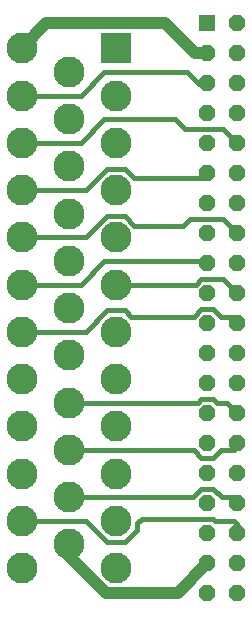
<source format=gbr>
G04 EAGLE Gerber RS-274X export*
G75*
%MOMM*%
%FSLAX34Y34*%
%LPD*%
%INBottom Copper*%
%IPPOS*%
%AMOC8*
5,1,8,0,0,1.08239X$1,22.5*%
G01*
%ADD10R,2.625000X2.625000*%
%ADD11C,2.625000*%
%ADD12R,1.422400X1.422400*%
%ADD13P,1.539592X8X292.500000*%
%ADD14C,0.400000*%
%ADD15C,1.000000*%


D10*
X130000Y650000D03*
D11*
X130000Y610000D03*
X130000Y570000D03*
X130000Y530000D03*
X130000Y490000D03*
X130000Y450000D03*
X130000Y410000D03*
X130000Y370000D03*
X130000Y330000D03*
X130000Y290000D03*
X130000Y250000D03*
X130000Y210000D03*
X90000Y630000D03*
X90000Y590000D03*
X90000Y550000D03*
X90000Y510000D03*
X90000Y470000D03*
X90000Y430000D03*
X90000Y390000D03*
X90000Y350000D03*
X90000Y310000D03*
X90000Y270000D03*
X90000Y230000D03*
X50000Y650000D03*
X50000Y610000D03*
X50000Y570000D03*
X50000Y530000D03*
X50000Y490000D03*
X50000Y450000D03*
X50000Y410000D03*
X50000Y370000D03*
X50000Y330000D03*
X50000Y290000D03*
X50000Y250000D03*
X50000Y210000D03*
D12*
X207300Y671300D03*
D13*
X232700Y671300D03*
X207300Y645900D03*
X232700Y645900D03*
X207300Y620500D03*
X232700Y620500D03*
X207300Y595100D03*
X232700Y595100D03*
X207300Y569700D03*
X232700Y569700D03*
X207300Y544300D03*
X232700Y544300D03*
X207300Y518900D03*
X232700Y518900D03*
X207300Y493500D03*
X232700Y493500D03*
X207300Y468100D03*
X232700Y468100D03*
X207300Y442700D03*
X232700Y442700D03*
X207300Y417300D03*
X232700Y417300D03*
X207300Y391900D03*
X232700Y391900D03*
X207300Y366500D03*
X232700Y366500D03*
X232700Y341100D03*
X207300Y341100D03*
X232700Y315700D03*
X207300Y315700D03*
X232700Y290300D03*
X207300Y290300D03*
X207300Y264900D03*
X232700Y264900D03*
X207300Y239500D03*
X232700Y239500D03*
X232700Y214100D03*
X207300Y214100D03*
X207300Y188700D03*
X232700Y188700D03*
D14*
X197471Y450000D02*
X130000Y450000D01*
X197471Y450000D02*
X202283Y454812D01*
X220588Y454812D01*
X232700Y442700D01*
X100000Y450000D02*
X50000Y450000D01*
X100000Y450000D02*
X120000Y470000D01*
X205400Y470000D02*
X207300Y468100D01*
X205400Y470000D02*
X120000Y470000D01*
X122492Y508125D02*
X137508Y508125D01*
X104367Y490000D02*
X50000Y490000D01*
X137508Y508125D02*
X145633Y500000D01*
X122492Y508125D02*
X104367Y490000D01*
X186671Y500000D02*
X192283Y505612D01*
X220588Y505612D01*
X232700Y493500D01*
X186671Y500000D02*
X145633Y500000D01*
X137508Y548125D02*
X122492Y548125D01*
X104367Y530000D02*
X50000Y530000D01*
X137508Y548125D02*
X145633Y540000D01*
X122492Y548125D02*
X104367Y530000D01*
X203000Y540000D02*
X207300Y544300D01*
X203000Y540000D02*
X145633Y540000D01*
X100000Y570000D02*
X50000Y570000D01*
X100000Y570000D02*
X120000Y590000D01*
X180000Y590000D01*
X188188Y581812D01*
X220588Y581812D01*
X232700Y569700D01*
X100000Y610000D02*
X50000Y610000D01*
X100000Y610000D02*
X120000Y630000D01*
X190000Y630000D01*
X200000Y620000D01*
X206800Y620000D01*
X207300Y620500D01*
D15*
X207300Y645900D02*
X196525Y645900D01*
X171300Y671125D01*
X71125Y671125D01*
X50000Y650000D01*
D14*
X122492Y428125D02*
X137508Y428125D01*
X142816Y422816D01*
X104367Y410000D02*
X50000Y410000D01*
X104367Y410000D02*
X122492Y428125D01*
X142816Y422816D02*
X195687Y422816D01*
X202283Y429412D01*
X212317Y429412D01*
X218913Y422816D01*
X230000Y422816D01*
X232700Y420116D01*
X232700Y417300D01*
X199071Y350000D02*
X90000Y350000D01*
X199071Y350000D02*
X202283Y353212D01*
X212317Y353212D01*
X215529Y350000D01*
X223800Y350000D02*
X232700Y341100D01*
X223800Y350000D02*
X215529Y350000D01*
X195871Y310000D02*
X90000Y310000D01*
X195871Y310000D02*
X202283Y303588D01*
X212317Y303588D01*
X218729Y310000D01*
X230000Y310000D01*
X232700Y312700D01*
X232700Y315700D01*
X195271Y270000D02*
X90000Y270000D01*
X195271Y270000D02*
X202283Y277012D01*
X212317Y277012D01*
X219329Y270000D01*
X230000Y270000D01*
X232700Y267300D01*
X232700Y264900D01*
X137508Y231875D02*
X122492Y231875D01*
X137508Y231875D02*
X148125Y242492D01*
X104367Y250000D02*
X50000Y250000D01*
X148125Y248125D02*
X148125Y242492D01*
X122492Y231875D02*
X104367Y250000D01*
X212317Y251612D02*
X213929Y250000D01*
X230000Y250000D01*
X212317Y251612D02*
X151612Y251612D01*
X230000Y250000D02*
X232700Y247300D01*
X232700Y239500D01*
X151612Y251612D02*
X148125Y248125D01*
D15*
X207300Y214100D02*
X182075Y188875D01*
X121250Y188875D01*
X90000Y220125D01*
X90000Y230000D01*
M02*

</source>
